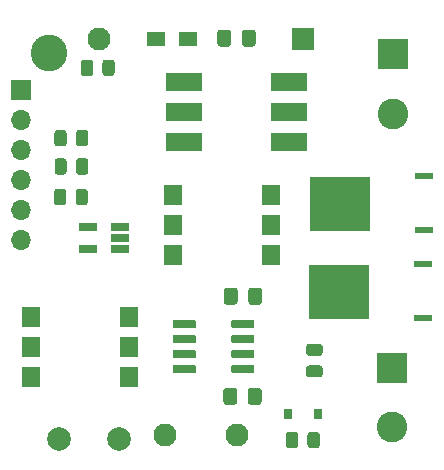
<source format=gbs>
G04 #@! TF.GenerationSoftware,KiCad,Pcbnew,5.1.7-a382d34a8~88~ubuntu18.04.1*
G04 #@! TF.CreationDate,2021-11-20T10:26:25+05:30*
G04 #@! TF.ProjectId,BackEnd_switch_Normal_v1,4261636b-456e-4645-9f73-77697463685f,rev?*
G04 #@! TF.SameCoordinates,Original*
G04 #@! TF.FileFunction,Soldermask,Bot*
G04 #@! TF.FilePolarity,Negative*
%FSLAX46Y46*%
G04 Gerber Fmt 4.6, Leading zero omitted, Abs format (unit mm)*
G04 Created by KiCad (PCBNEW 5.1.7-a382d34a8~88~ubuntu18.04.1) date 2021-11-20 10:26:25*
%MOMM*%
%LPD*%
G01*
G04 APERTURE LIST*
%ADD10C,3.100000*%
%ADD11O,1.700000X1.700000*%
%ADD12R,1.700000X1.700000*%
%ADD13R,1.950000X1.950000*%
%ADD14C,1.950000*%
%ADD15R,1.520000X1.780000*%
%ADD16R,1.500000X0.600000*%
%ADD17R,5.100000X4.600000*%
%ADD18R,2.600000X2.600000*%
%ADD19C,2.600000*%
%ADD20C,2.000000*%
%ADD21R,0.800000X0.900000*%
%ADD22R,1.500000X1.300000*%
%ADD23R,3.100000X1.600000*%
%ADD24R,1.560000X0.650000*%
G04 APERTURE END LIST*
D10*
X117409000Y-100808000D03*
G36*
G01*
X132846000Y-127829000D02*
X132846000Y-127313000D01*
G75*
G02*
X132888000Y-127271000I42000J0D01*
G01*
X134774000Y-127271000D01*
G75*
G02*
X134816000Y-127313000I0J-42000D01*
G01*
X134816000Y-127829000D01*
G75*
G02*
X134774000Y-127871000I-42000J0D01*
G01*
X132888000Y-127871000D01*
G75*
G02*
X132846000Y-127829000I0J42000D01*
G01*
G37*
G36*
G01*
X132846000Y-126559000D02*
X132846000Y-126043000D01*
G75*
G02*
X132888000Y-126001000I42000J0D01*
G01*
X134774000Y-126001000D01*
G75*
G02*
X134816000Y-126043000I0J-42000D01*
G01*
X134816000Y-126559000D01*
G75*
G02*
X134774000Y-126601000I-42000J0D01*
G01*
X132888000Y-126601000D01*
G75*
G02*
X132846000Y-126559000I0J42000D01*
G01*
G37*
G36*
G01*
X132846000Y-125289000D02*
X132846000Y-124773000D01*
G75*
G02*
X132888000Y-124731000I42000J0D01*
G01*
X134774000Y-124731000D01*
G75*
G02*
X134816000Y-124773000I0J-42000D01*
G01*
X134816000Y-125289000D01*
G75*
G02*
X134774000Y-125331000I-42000J0D01*
G01*
X132888000Y-125331000D01*
G75*
G02*
X132846000Y-125289000I0J42000D01*
G01*
G37*
G36*
G01*
X132846000Y-124019000D02*
X132846000Y-123503000D01*
G75*
G02*
X132888000Y-123461000I42000J0D01*
G01*
X134774000Y-123461000D01*
G75*
G02*
X134816000Y-123503000I0J-42000D01*
G01*
X134816000Y-124019000D01*
G75*
G02*
X134774000Y-124061000I-42000J0D01*
G01*
X132888000Y-124061000D01*
G75*
G02*
X132846000Y-124019000I0J42000D01*
G01*
G37*
G36*
G01*
X127896000Y-124019000D02*
X127896000Y-123503000D01*
G75*
G02*
X127938000Y-123461000I42000J0D01*
G01*
X129824000Y-123461000D01*
G75*
G02*
X129866000Y-123503000I0J-42000D01*
G01*
X129866000Y-124019000D01*
G75*
G02*
X129824000Y-124061000I-42000J0D01*
G01*
X127938000Y-124061000D01*
G75*
G02*
X127896000Y-124019000I0J42000D01*
G01*
G37*
G36*
G01*
X127896000Y-125289000D02*
X127896000Y-124773000D01*
G75*
G02*
X127938000Y-124731000I42000J0D01*
G01*
X129824000Y-124731000D01*
G75*
G02*
X129866000Y-124773000I0J-42000D01*
G01*
X129866000Y-125289000D01*
G75*
G02*
X129824000Y-125331000I-42000J0D01*
G01*
X127938000Y-125331000D01*
G75*
G02*
X127896000Y-125289000I0J42000D01*
G01*
G37*
G36*
G01*
X127896000Y-126559000D02*
X127896000Y-126043000D01*
G75*
G02*
X127938000Y-126001000I42000J0D01*
G01*
X129824000Y-126001000D01*
G75*
G02*
X129866000Y-126043000I0J-42000D01*
G01*
X129866000Y-126559000D01*
G75*
G02*
X129824000Y-126601000I-42000J0D01*
G01*
X127938000Y-126601000D01*
G75*
G02*
X127896000Y-126559000I0J42000D01*
G01*
G37*
G36*
G01*
X127896000Y-127829000D02*
X127896000Y-127313000D01*
G75*
G02*
X127938000Y-127271000I42000J0D01*
G01*
X129824000Y-127271000D01*
G75*
G02*
X129866000Y-127313000I0J-42000D01*
G01*
X129866000Y-127829000D01*
G75*
G02*
X129824000Y-127871000I-42000J0D01*
G01*
X127938000Y-127871000D01*
G75*
G02*
X127896000Y-127829000I0J42000D01*
G01*
G37*
G36*
G01*
X132854000Y-99080300D02*
X132854000Y-100030300D01*
G75*
G02*
X132604000Y-100280300I-250000J0D01*
G01*
X131929000Y-100280300D01*
G75*
G02*
X131679000Y-100030300I0J250000D01*
G01*
X131679000Y-99080300D01*
G75*
G02*
X131929000Y-98830300I250000J0D01*
G01*
X132604000Y-98830300D01*
G75*
G02*
X132854000Y-99080300I0J-250000D01*
G01*
G37*
G36*
G01*
X134929000Y-99080300D02*
X134929000Y-100030300D01*
G75*
G02*
X134679000Y-100280300I-250000J0D01*
G01*
X134004000Y-100280300D01*
G75*
G02*
X133754000Y-100030300I0J250000D01*
G01*
X133754000Y-99080300D01*
G75*
G02*
X134004000Y-98830300I250000J0D01*
G01*
X134679000Y-98830300D01*
G75*
G02*
X134929000Y-99080300I0J-250000D01*
G01*
G37*
G36*
G01*
X134260000Y-130358000D02*
X134260000Y-129408000D01*
G75*
G02*
X134510000Y-129158000I250000J0D01*
G01*
X135185000Y-129158000D01*
G75*
G02*
X135435000Y-129408000I0J-250000D01*
G01*
X135435000Y-130358000D01*
G75*
G02*
X135185000Y-130608000I-250000J0D01*
G01*
X134510000Y-130608000D01*
G75*
G02*
X134260000Y-130358000I0J250000D01*
G01*
G37*
G36*
G01*
X132185000Y-130358000D02*
X132185000Y-129408000D01*
G75*
G02*
X132435000Y-129158000I250000J0D01*
G01*
X133110000Y-129158000D01*
G75*
G02*
X133360000Y-129408000I0J-250000D01*
G01*
X133360000Y-130358000D01*
G75*
G02*
X133110000Y-130608000I-250000J0D01*
G01*
X132435000Y-130608000D01*
G75*
G02*
X132185000Y-130358000I0J250000D01*
G01*
G37*
G36*
G01*
X134300000Y-121884000D02*
X134300000Y-120934000D01*
G75*
G02*
X134550000Y-120684000I250000J0D01*
G01*
X135225000Y-120684000D01*
G75*
G02*
X135475000Y-120934000I0J-250000D01*
G01*
X135475000Y-121884000D01*
G75*
G02*
X135225000Y-122134000I-250000J0D01*
G01*
X134550000Y-122134000D01*
G75*
G02*
X134300000Y-121884000I0J250000D01*
G01*
G37*
G36*
G01*
X132225000Y-121884000D02*
X132225000Y-120934000D01*
G75*
G02*
X132475000Y-120684000I250000J0D01*
G01*
X133150000Y-120684000D01*
G75*
G02*
X133400000Y-120934000I0J-250000D01*
G01*
X133400000Y-121884000D01*
G75*
G02*
X133150000Y-122134000I-250000J0D01*
G01*
X132475000Y-122134000D01*
G75*
G02*
X132225000Y-121884000I0J250000D01*
G01*
G37*
D11*
X115024000Y-116642000D03*
X115024000Y-114102000D03*
X115024000Y-111562000D03*
X115024000Y-109022000D03*
X115024000Y-106482000D03*
D12*
X115024000Y-103942000D03*
D13*
X138971000Y-99667000D03*
D14*
X127287000Y-133195000D03*
X121699000Y-99667000D03*
X133383000Y-133195000D03*
D15*
X124168000Y-128260000D03*
X124168000Y-123180000D03*
X124168000Y-125720000D03*
X115918000Y-128260000D03*
X115918000Y-123180000D03*
X115918000Y-125720000D03*
X127952000Y-112812000D03*
X127952000Y-117892000D03*
X127952000Y-115352000D03*
X136202000Y-112812000D03*
X136202000Y-117892000D03*
X136202000Y-115352000D03*
G36*
G01*
X139313000Y-134031001D02*
X139313000Y-133130999D01*
G75*
G02*
X139562999Y-132881000I249999J0D01*
G01*
X140088001Y-132881000D01*
G75*
G02*
X140338000Y-133130999I0J-249999D01*
G01*
X140338000Y-134031001D01*
G75*
G02*
X140088001Y-134281000I-249999J0D01*
G01*
X139562999Y-134281000D01*
G75*
G02*
X139313000Y-134031001I0J249999D01*
G01*
G37*
G36*
G01*
X137488000Y-134031001D02*
X137488000Y-133130999D01*
G75*
G02*
X137737999Y-132881000I249999J0D01*
G01*
X138263001Y-132881000D01*
G75*
G02*
X138513000Y-133130999I0J-249999D01*
G01*
X138513000Y-134031001D01*
G75*
G02*
X138263001Y-134281000I-249999J0D01*
G01*
X137737999Y-134281000D01*
G75*
G02*
X137488000Y-134031001I0J249999D01*
G01*
G37*
G36*
G01*
X118876000Y-112559999D02*
X118876000Y-113460001D01*
G75*
G02*
X118626001Y-113710000I-249999J0D01*
G01*
X118100999Y-113710000D01*
G75*
G02*
X117851000Y-113460001I0J249999D01*
G01*
X117851000Y-112559999D01*
G75*
G02*
X118100999Y-112310000I249999J0D01*
G01*
X118626001Y-112310000D01*
G75*
G02*
X118876000Y-112559999I0J-249999D01*
G01*
G37*
G36*
G01*
X120701000Y-112559999D02*
X120701000Y-113460001D01*
G75*
G02*
X120451001Y-113710000I-249999J0D01*
G01*
X119925999Y-113710000D01*
G75*
G02*
X119676000Y-113460001I0J249999D01*
G01*
X119676000Y-112559999D01*
G75*
G02*
X119925999Y-112310000I249999J0D01*
G01*
X120451001Y-112310000D01*
G75*
G02*
X120701000Y-112559999I0J-249999D01*
G01*
G37*
G36*
G01*
X140343001Y-126457000D02*
X139442999Y-126457000D01*
G75*
G02*
X139193000Y-126207001I0J249999D01*
G01*
X139193000Y-125681999D01*
G75*
G02*
X139442999Y-125432000I249999J0D01*
G01*
X140343001Y-125432000D01*
G75*
G02*
X140593000Y-125681999I0J-249999D01*
G01*
X140593000Y-126207001D01*
G75*
G02*
X140343001Y-126457000I-249999J0D01*
G01*
G37*
G36*
G01*
X140343001Y-128282000D02*
X139442999Y-128282000D01*
G75*
G02*
X139193000Y-128032001I0J249999D01*
G01*
X139193000Y-127506999D01*
G75*
G02*
X139442999Y-127257000I249999J0D01*
G01*
X140343001Y-127257000D01*
G75*
G02*
X140593000Y-127506999I0J-249999D01*
G01*
X140593000Y-128032001D01*
G75*
G02*
X140343001Y-128282000I-249999J0D01*
G01*
G37*
G36*
G01*
X121154000Y-101629999D02*
X121154000Y-102530001D01*
G75*
G02*
X120904001Y-102780000I-249999J0D01*
G01*
X120378999Y-102780000D01*
G75*
G02*
X120129000Y-102530001I0J249999D01*
G01*
X120129000Y-101629999D01*
G75*
G02*
X120378999Y-101380000I249999J0D01*
G01*
X120904001Y-101380000D01*
G75*
G02*
X121154000Y-101629999I0J-249999D01*
G01*
G37*
G36*
G01*
X122979000Y-101629999D02*
X122979000Y-102530001D01*
G75*
G02*
X122729001Y-102780000I-249999J0D01*
G01*
X122203999Y-102780000D01*
G75*
G02*
X121954000Y-102530001I0J249999D01*
G01*
X121954000Y-101629999D01*
G75*
G02*
X122203999Y-101380000I249999J0D01*
G01*
X122729001Y-101380000D01*
G75*
G02*
X122979000Y-101629999I0J-249999D01*
G01*
G37*
D16*
X149120000Y-123255000D03*
X149120000Y-118685000D03*
D17*
X141960000Y-121035000D03*
D16*
X149219000Y-115798000D03*
X149219000Y-111228000D03*
D17*
X142059000Y-113578000D03*
G36*
G01*
X119725000Y-110874001D02*
X119725000Y-109973999D01*
G75*
G02*
X119974999Y-109724000I249999J0D01*
G01*
X120500001Y-109724000D01*
G75*
G02*
X120750000Y-109973999I0J-249999D01*
G01*
X120750000Y-110874001D01*
G75*
G02*
X120500001Y-111124000I-249999J0D01*
G01*
X119974999Y-111124000D01*
G75*
G02*
X119725000Y-110874001I0J249999D01*
G01*
G37*
G36*
G01*
X117900000Y-110874001D02*
X117900000Y-109973999D01*
G75*
G02*
X118149999Y-109724000I249999J0D01*
G01*
X118675001Y-109724000D01*
G75*
G02*
X118925000Y-109973999I0J-249999D01*
G01*
X118925000Y-110874001D01*
G75*
G02*
X118675001Y-111124000I-249999J0D01*
G01*
X118149999Y-111124000D01*
G75*
G02*
X117900000Y-110874001I0J249999D01*
G01*
G37*
D18*
X146583000Y-100922000D03*
D19*
X146583000Y-106002000D03*
D18*
X146497000Y-127460000D03*
D19*
X146497000Y-132460000D03*
G36*
G01*
X119711000Y-108474001D02*
X119711000Y-107573999D01*
G75*
G02*
X119960999Y-107324000I249999J0D01*
G01*
X120486001Y-107324000D01*
G75*
G02*
X120736000Y-107573999I0J-249999D01*
G01*
X120736000Y-108474001D01*
G75*
G02*
X120486001Y-108724000I-249999J0D01*
G01*
X119960999Y-108724000D01*
G75*
G02*
X119711000Y-108474001I0J249999D01*
G01*
G37*
G36*
G01*
X117886000Y-108474001D02*
X117886000Y-107573999D01*
G75*
G02*
X118135999Y-107324000I249999J0D01*
G01*
X118661001Y-107324000D01*
G75*
G02*
X118911000Y-107573999I0J-249999D01*
G01*
X118911000Y-108474001D01*
G75*
G02*
X118661001Y-108724000I-249999J0D01*
G01*
X118135999Y-108724000D01*
G75*
G02*
X117886000Y-108474001I0J249999D01*
G01*
G37*
D20*
X118316000Y-133530000D03*
X123396000Y-133520000D03*
D21*
X140178000Y-131392000D03*
X137638000Y-131392000D03*
D22*
X129196000Y-99669600D03*
X126496000Y-99669600D03*
D23*
X137724000Y-103287000D03*
X128834000Y-108367000D03*
X137724000Y-105827000D03*
X128834000Y-105827000D03*
X137724000Y-108367000D03*
X128834000Y-103287000D03*
D24*
X120738000Y-115534000D03*
X120738000Y-117434000D03*
X123438000Y-117434000D03*
X123438000Y-116484000D03*
X123438000Y-115534000D03*
M02*

</source>
